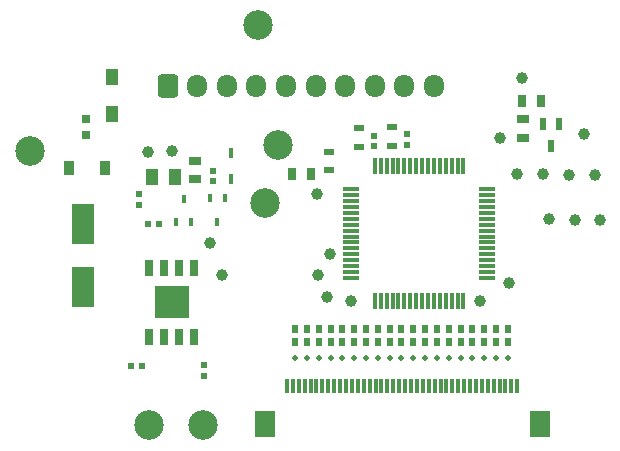
<source format=gbr>
%TF.GenerationSoftware,KiCad,Pcbnew,(6.0.6)*%
%TF.CreationDate,2023-05-08T04:55:46+09:00*%
%TF.ProjectId,128KB_64pin_Touch_L,3132384b-425f-4363-9470-696e5f546f75,rev?*%
%TF.SameCoordinates,Original*%
%TF.FileFunction,Soldermask,Bot*%
%TF.FilePolarity,Negative*%
%FSLAX46Y46*%
G04 Gerber Fmt 4.6, Leading zero omitted, Abs format (unit mm)*
G04 Created by KiCad (PCBNEW (6.0.6)) date 2023-05-08 04:55:46*
%MOMM*%
%LPD*%
G01*
G04 APERTURE LIST*
G04 Aperture macros list*
%AMRoundRect*
0 Rectangle with rounded corners*
0 $1 Rounding radius*
0 $2 $3 $4 $5 $6 $7 $8 $9 X,Y pos of 4 corners*
0 Add a 4 corners polygon primitive as box body*
4,1,4,$2,$3,$4,$5,$6,$7,$8,$9,$2,$3,0*
0 Add four circle primitives for the rounded corners*
1,1,$1+$1,$2,$3*
1,1,$1+$1,$4,$5*
1,1,$1+$1,$6,$7*
1,1,$1+$1,$8,$9*
0 Add four rect primitives between the rounded corners*
20,1,$1+$1,$2,$3,$4,$5,0*
20,1,$1+$1,$4,$5,$6,$7,0*
20,1,$1+$1,$6,$7,$8,$9,0*
20,1,$1+$1,$8,$9,$2,$3,0*%
G04 Aperture macros list end*
%ADD10R,0.800000X1.000000*%
%ADD11R,0.600000X0.750000*%
%ADD12C,1.000000*%
%ADD13C,0.500000*%
%ADD14R,0.940000X0.540000*%
%ADD15RoundRect,0.250000X-0.600000X-0.725000X0.600000X-0.725000X0.600000X0.725000X-0.600000X0.725000X0*%
%ADD16O,1.700000X1.950000*%
%ADD17R,1.000000X0.800000*%
%ADD18R,1.140000X1.340000*%
%ADD19R,0.620000X0.600000*%
%ADD20C,2.500000*%
%ADD21R,0.600000X0.620000*%
%ADD22R,0.850000X1.200000*%
%ADD23R,0.500000X1.000000*%
%ADD24R,0.650000X1.425000*%
%ADD25R,2.950000X2.750000*%
%ADD26R,0.420000X0.870000*%
%ADD27R,0.300000X1.300000*%
%ADD28R,1.800000X2.200000*%
%ADD29R,0.450000X0.700000*%
%ADD30R,1.850000X3.500000*%
%ADD31R,1.475000X0.300000*%
%ADD32R,0.300000X1.475000*%
%ADD33R,1.000000X1.400000*%
%ADD34R,0.700000X0.650000*%
G04 APERTURE END LIST*
D10*
%TO.C,R8*%
X148540000Y-92400000D03*
X146940000Y-92400000D03*
%TD*%
%TO.C,R10*%
X166450000Y-86260000D03*
X168050000Y-86260000D03*
%TD*%
D11*
%TO.C,R39*%
X164230000Y-105535000D03*
X164230000Y-106635000D03*
%TD*%
D12*
%TO.C,TP14*%
X168720000Y-96210000D03*
%TD*%
D11*
%TO.C,R35*%
X160230000Y-105535000D03*
X160230000Y-106635000D03*
%TD*%
D13*
%TO.C,TP62*%
X148230000Y-108035000D03*
%TD*%
D11*
%TO.C,R30*%
X155230000Y-105535000D03*
X155230000Y-106635000D03*
%TD*%
D14*
%TO.C,C14*%
X155460000Y-90050000D03*
X155460000Y-88450000D03*
%TD*%
D12*
%TO.C,TP31*%
X165350000Y-101670000D03*
%TD*%
D11*
%TO.C,R28*%
X153230000Y-105535000D03*
X153230000Y-106635000D03*
%TD*%
%TO.C,R29*%
X154230000Y-105535000D03*
X154230000Y-106635000D03*
%TD*%
%TO.C,R31*%
X156230000Y-105535000D03*
X156230000Y-106635000D03*
%TD*%
D13*
%TO.C,TP69*%
X155230000Y-108035000D03*
%TD*%
%TO.C,TP71*%
X157230000Y-108035000D03*
%TD*%
D12*
%TO.C,TP19*%
X168210000Y-92450000D03*
%TD*%
D15*
%TO.C,J1*%
X136451000Y-84940000D03*
D16*
X138951000Y-84940000D03*
X141451000Y-84940000D03*
X143951000Y-84940000D03*
X146451000Y-84940000D03*
X148951000Y-84940000D03*
X151451000Y-84940000D03*
X153951000Y-84940000D03*
X156451000Y-84940000D03*
X158951000Y-84940000D03*
%TD*%
D13*
%TO.C,TP65*%
X151230000Y-108035000D03*
%TD*%
%TO.C,TP74*%
X160230000Y-108035000D03*
%TD*%
%TO.C,TP73*%
X159230000Y-108035000D03*
%TD*%
%TO.C,TP77*%
X163230000Y-108035000D03*
%TD*%
D12*
%TO.C,TP13*%
X141020000Y-100990000D03*
%TD*%
%TO.C,TP11*%
X134750000Y-90570000D03*
%TD*%
D17*
%TO.C,R9*%
X166505000Y-87810000D03*
X166505000Y-89410000D03*
%TD*%
D12*
%TO.C,TP22*%
X173030000Y-96350000D03*
%TD*%
D11*
%TO.C,R22*%
X147230000Y-105535000D03*
X147230000Y-106635000D03*
%TD*%
%TO.C,R37*%
X162230000Y-105535000D03*
X162230000Y-106635000D03*
%TD*%
D14*
%TO.C,C7*%
X150080000Y-90530000D03*
X150080000Y-92130000D03*
%TD*%
D11*
%TO.C,R32*%
X157230000Y-105535000D03*
X157230000Y-106635000D03*
%TD*%
D18*
%TO.C,D1*%
X131710000Y-87310000D03*
X131710000Y-84210000D03*
%TD*%
D19*
%TO.C,C4*%
X133970000Y-95080000D03*
X133970000Y-94160000D03*
%TD*%
%TO.C,C5*%
X140270000Y-93060000D03*
X140270000Y-92140000D03*
%TD*%
D11*
%TO.C,R34*%
X159230000Y-105535000D03*
X159230000Y-106635000D03*
%TD*%
D12*
%TO.C,TP17*%
X166010000Y-92420000D03*
%TD*%
D13*
%TO.C,TP72*%
X158230000Y-108035000D03*
%TD*%
D11*
%TO.C,R33*%
X158230000Y-105535000D03*
X158230000Y-106635000D03*
%TD*%
D12*
%TO.C,TP29*%
X164530000Y-89410000D03*
%TD*%
D11*
%TO.C,R40*%
X165230000Y-105535000D03*
X165230000Y-106635000D03*
%TD*%
%TO.C,R36*%
X161230000Y-105535000D03*
X161230000Y-106635000D03*
%TD*%
D12*
%TO.C,TP48*%
X149120000Y-94120000D03*
%TD*%
D13*
%TO.C,TP64*%
X150230000Y-108035000D03*
%TD*%
%TO.C,TP79*%
X165230000Y-108035000D03*
%TD*%
D20*
%TO.C,TP8*%
X144050000Y-79820000D03*
%TD*%
D21*
%TO.C,C3*%
X134800000Y-96660000D03*
X135720000Y-96660000D03*
%TD*%
D17*
%TO.C,R7*%
X138740000Y-91290000D03*
X138740000Y-92890000D03*
%TD*%
D13*
%TO.C,TP75*%
X161230000Y-108035000D03*
%TD*%
D12*
%TO.C,TP50*%
X149940000Y-102820000D03*
%TD*%
%TO.C,TP30*%
X162870000Y-103200000D03*
%TD*%
D13*
%TO.C,TP66*%
X152230000Y-108035000D03*
%TD*%
D19*
%TO.C,C12*%
X156740000Y-89990000D03*
X156740000Y-89070000D03*
%TD*%
D11*
%TO.C,R27*%
X152230000Y-105535000D03*
X152230000Y-106635000D03*
%TD*%
D20*
%TO.C,TP26*%
X134820000Y-113720000D03*
%TD*%
D11*
%TO.C,R25*%
X150230000Y-105535000D03*
X150230000Y-106635000D03*
%TD*%
D13*
%TO.C,TP63*%
X149230000Y-108035000D03*
%TD*%
D22*
%TO.C,Z1*%
X128040000Y-91955000D03*
X131090000Y-91955000D03*
%TD*%
D12*
%TO.C,TP47*%
X150140000Y-99220000D03*
%TD*%
%TO.C,TP43*%
X171650000Y-89000000D03*
%TD*%
D20*
%TO.C,TP9*%
X124740000Y-90480000D03*
%TD*%
D12*
%TO.C,TP21*%
X172600000Y-92530000D03*
%TD*%
D21*
%TO.C,C8*%
X134270000Y-108650000D03*
X133350000Y-108650000D03*
%TD*%
D11*
%TO.C,R26*%
X151230000Y-105535000D03*
X151230000Y-106635000D03*
%TD*%
%TO.C,R38*%
X163230000Y-105535000D03*
X163230000Y-106635000D03*
%TD*%
D13*
%TO.C,TP76*%
X162230000Y-108035000D03*
%TD*%
D23*
%TO.C,Q3*%
X168245000Y-88195000D03*
X169545000Y-88195000D03*
X168895000Y-90095000D03*
%TD*%
D13*
%TO.C,TP61*%
X147230000Y-108035000D03*
%TD*%
D24*
%TO.C,IC1*%
X134860000Y-100378000D03*
X136130000Y-100378000D03*
X137400000Y-100378000D03*
X138670000Y-100378000D03*
X138670000Y-106202000D03*
X137400000Y-106202000D03*
X136130000Y-106202000D03*
X134860000Y-106202000D03*
D25*
X136765000Y-103290000D03*
%TD*%
D20*
%TO.C,TP41*%
X145740000Y-89950000D03*
%TD*%
D12*
%TO.C,TP39*%
X151930000Y-103170000D03*
%TD*%
D26*
%TO.C,Z6*%
X141770000Y-92890000D03*
X141770000Y-90640000D03*
%TD*%
D11*
%TO.C,R24*%
X149230000Y-105535000D03*
X149230000Y-106635000D03*
%TD*%
D13*
%TO.C,TP70*%
X156230000Y-108035000D03*
%TD*%
D12*
%TO.C,TP49*%
X149170000Y-100970000D03*
%TD*%
D27*
%TO.C,J2*%
X166035000Y-110345000D03*
X165535000Y-110345000D03*
X165035000Y-110345000D03*
X164535000Y-110345000D03*
X164035000Y-110345000D03*
X163535000Y-110345000D03*
X163035000Y-110345000D03*
X162535000Y-110345000D03*
X162035000Y-110345000D03*
X161535000Y-110345000D03*
X161035000Y-110345000D03*
X160535000Y-110345000D03*
X160035000Y-110345000D03*
X159535000Y-110345000D03*
X159035000Y-110345000D03*
X158535000Y-110345000D03*
X158035000Y-110345000D03*
X157535000Y-110345000D03*
X157035000Y-110345000D03*
X156535000Y-110345000D03*
X156035000Y-110345000D03*
X155535000Y-110345000D03*
X155035000Y-110345000D03*
X154535000Y-110345000D03*
X154035000Y-110345000D03*
X153535000Y-110345000D03*
X153035000Y-110345000D03*
X152535000Y-110345000D03*
X152035000Y-110345000D03*
X151535000Y-110345000D03*
X151035000Y-110345000D03*
X150535000Y-110345000D03*
X150035000Y-110345000D03*
X149535000Y-110345000D03*
X149035000Y-110345000D03*
X148535000Y-110345000D03*
X148035000Y-110345000D03*
X147535000Y-110345000D03*
X147035000Y-110345000D03*
X146535000Y-110345000D03*
D28*
X167935000Y-113595000D03*
X144635000Y-113595000D03*
%TD*%
D29*
%TO.C,Q1*%
X138450000Y-96510000D03*
X137150000Y-96510000D03*
X137800000Y-94510000D03*
%TD*%
D12*
%TO.C,TP16*%
X170920000Y-96290000D03*
%TD*%
D30*
%TO.C,C1*%
X129250000Y-96690000D03*
X129250000Y-101990000D03*
%TD*%
D12*
%TO.C,TP38*%
X166470000Y-84320000D03*
%TD*%
D20*
%TO.C,TP1*%
X139430000Y-113670000D03*
%TD*%
D31*
%TO.C,IC2*%
X163463000Y-93725000D03*
X163463000Y-94225000D03*
X163463000Y-94725000D03*
X163463000Y-95225000D03*
X163463000Y-95725000D03*
X163463000Y-96225000D03*
X163463000Y-96725000D03*
X163463000Y-97225000D03*
X163463000Y-97725000D03*
X163463000Y-98225000D03*
X163463000Y-98725000D03*
X163463000Y-99225000D03*
X163463000Y-99725000D03*
X163463000Y-100225000D03*
X163463000Y-100725000D03*
X163463000Y-101225000D03*
D32*
X161475000Y-103213000D03*
X160975000Y-103213000D03*
X160475000Y-103213000D03*
X159975000Y-103213000D03*
X159475000Y-103213000D03*
X158975000Y-103213000D03*
X158475000Y-103213000D03*
X157975000Y-103213000D03*
X157475000Y-103213000D03*
X156975000Y-103213000D03*
X156475000Y-103213000D03*
X155975000Y-103213000D03*
X155475000Y-103213000D03*
X154975000Y-103213000D03*
X154475000Y-103213000D03*
X153975000Y-103213000D03*
D31*
X151987000Y-101225000D03*
X151987000Y-100725000D03*
X151987000Y-100225000D03*
X151987000Y-99725000D03*
X151987000Y-99225000D03*
X151987000Y-98725000D03*
X151987000Y-98225000D03*
X151987000Y-97725000D03*
X151987000Y-97225000D03*
X151987000Y-96725000D03*
X151987000Y-96225000D03*
X151987000Y-95725000D03*
X151987000Y-95225000D03*
X151987000Y-94725000D03*
X151987000Y-94225000D03*
X151987000Y-93725000D03*
D32*
X153975000Y-91737000D03*
X154475000Y-91737000D03*
X154975000Y-91737000D03*
X155475000Y-91737000D03*
X155975000Y-91737000D03*
X156475000Y-91737000D03*
X156975000Y-91737000D03*
X157475000Y-91737000D03*
X157975000Y-91737000D03*
X158475000Y-91737000D03*
X158975000Y-91737000D03*
X159475000Y-91737000D03*
X159975000Y-91737000D03*
X160475000Y-91737000D03*
X160975000Y-91737000D03*
X161475000Y-91737000D03*
%TD*%
D19*
%TO.C,C9*%
X153920000Y-90090000D03*
X153920000Y-89170000D03*
%TD*%
D13*
%TO.C,TP67*%
X153230000Y-108035000D03*
%TD*%
D12*
%TO.C,TP12*%
X136830000Y-90520000D03*
%TD*%
D20*
%TO.C,TP51*%
X144660000Y-94870000D03*
%TD*%
D29*
%TO.C,Q2*%
X140000000Y-94460000D03*
X141300000Y-94460000D03*
X140650000Y-96460000D03*
%TD*%
D19*
%TO.C,C6*%
X139530000Y-108570000D03*
X139530000Y-109490000D03*
%TD*%
D14*
%TO.C,C11*%
X152670000Y-90100000D03*
X152670000Y-88500000D03*
%TD*%
D12*
%TO.C,TP20*%
X170420000Y-92500000D03*
%TD*%
D11*
%TO.C,R23*%
X148230000Y-105535000D03*
X148230000Y-106635000D03*
%TD*%
D33*
%TO.C,R6*%
X135150000Y-92660000D03*
X137050000Y-92660000D03*
%TD*%
D12*
%TO.C,TP15*%
X140020000Y-98270000D03*
%TD*%
D13*
%TO.C,TP78*%
X164230000Y-108035000D03*
%TD*%
D34*
%TO.C,FB1*%
X129515000Y-87785000D03*
X129515000Y-89135000D03*
%TD*%
D13*
%TO.C,TP68*%
X154230000Y-108035000D03*
%TD*%
M02*

</source>
